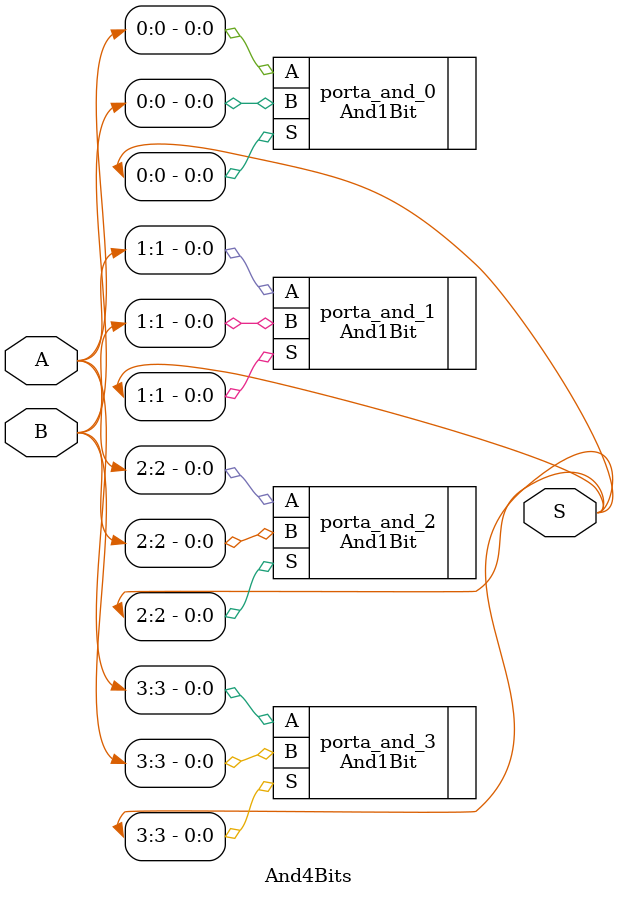
<source format=v>
module And4Bits (
    output [3:0] S, // O vetor de 4 bits resultante.
    input [3:0] A,
    input [3:0] B
);

    // A implementação usa 4 instâncias do módulo And1Bit, uma para cada par de bits.
    // S[0] = A[0] AND B[0]
    And1Bit porta_and_0 (
        .S(S[0]),
        .A(A[0]),
        .B(B[0])
    );

    // S[1] = A[1] AND B[1]
    And1Bit porta_and_1 (
        .S(S[1]),
        .A(A[1]),
        .B(B[1])
    );

    // S[2] = A[2] AND B[2]
    And1Bit porta_and_2 (
        .S(S[2]),
        .A(A[2]),
        .B(B[2])
    );

    // S[3] = A[3] AND B[3]
    And1Bit porta_and_3 (
        .S(S[3]),
        .A(A[3]),
        .B(B[3])
    );

endmodule
</source>
